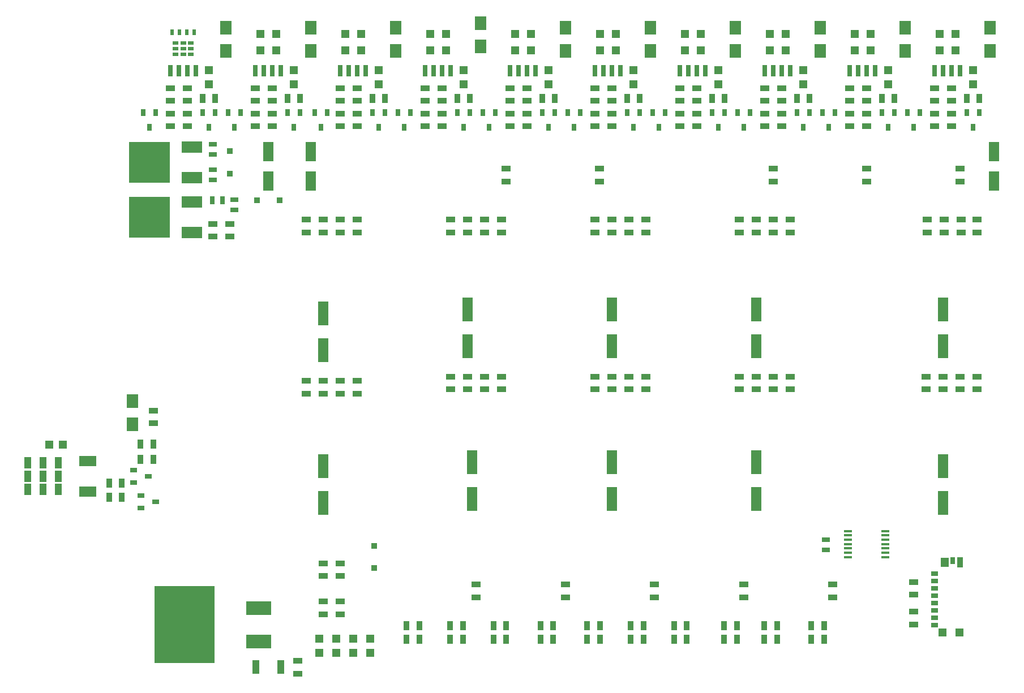
<source format=gtp>
G04 (created by PCBNEW (2013-07-07 BZR 4022)-stable) date 30/01/2014 17:39:20*
%MOIN*%
G04 Gerber Fmt 3.4, Leading zero omitted, Abs format*
%FSLAX34Y34*%
G01*
G70*
G90*
G04 APERTURE LIST*
%ADD10C,0.00590551*%
%ADD11R,0.055X0.035*%
%ADD12R,0.035X0.055*%
%ADD13R,0.045X0.025*%
%ADD14R,0.025X0.045*%
%ADD15R,0.063X0.1417*%
%ADD16R,0.063X0.1181*%
%ADD17R,0.0394X0.0787*%
%ADD18R,0.0335X0.0335*%
%ADD19R,0.0315X0.0394*%
%ADD20R,0.0394X0.0315*%
%ADD21R,0.12X0.065*%
%ADD22R,0.24X0.24*%
%ADD23R,0.1496X0.0787*%
%ADD24R,0.3543X0.4528*%
%ADD25R,0.0393701X0.0275591*%
%ADD26R,0.0472441X0.0452756*%
%ADD27R,0.0472441X0.0570866*%
%ADD28R,0.0275591X0.0393701*%
%ADD29R,0.0354331X0.0590551*%
%ADD30R,0.0669X0.0827*%
%ADD31R,0.0472X0.0472*%
%ADD32R,0.0512X0.0118*%
%ADD33R,0.0275591X0.0669291*%
%ADD34R,0.0472441X0.0472441*%
%ADD35R,0.023622X0.0354331*%
%ADD36R,0.0354331X0.023622*%
%ADD37R,0.0393701X0.0708661*%
%ADD38R,0.0984X0.0591*%
G04 APERTURE END LIST*
G54D10*
G54D11*
X14000Y27125D03*
X14000Y27875D03*
X23500Y27125D03*
X23500Y27875D03*
X24500Y27125D03*
X24500Y27875D03*
X21000Y34125D03*
X21000Y33375D03*
X17000Y27875D03*
X17000Y27125D03*
X32000Y27125D03*
X32000Y27875D03*
X32000Y33375D03*
X32000Y34125D03*
X22500Y27125D03*
X22500Y27875D03*
X25500Y27875D03*
X25500Y27125D03*
X31000Y34125D03*
X31000Y33375D03*
X33000Y27125D03*
X33000Y27875D03*
X42000Y33375D03*
X42000Y34125D03*
X22000Y33375D03*
X22000Y34125D03*
X15000Y27125D03*
X15000Y27875D03*
X16000Y27125D03*
X16000Y27875D03*
X16000Y34125D03*
X16000Y33375D03*
X53500Y18625D03*
X53500Y17875D03*
X50500Y17875D03*
X50500Y18625D03*
X17000Y33375D03*
X17000Y34125D03*
X51500Y17875D03*
X51500Y18625D03*
X52500Y17875D03*
X52500Y18625D03*
X11000Y34125D03*
X11000Y33375D03*
X42500Y18625D03*
X42500Y17875D03*
X39500Y17875D03*
X39500Y18625D03*
X51550Y27125D03*
X51550Y27875D03*
X49750Y4775D03*
X49750Y4025D03*
G54D12*
X4975Y14650D03*
X4225Y14650D03*
G54D11*
X51000Y34125D03*
X51000Y33375D03*
X52000Y33375D03*
X52000Y34125D03*
X26000Y34125D03*
X26000Y33375D03*
X27000Y33375D03*
X27000Y34125D03*
X46000Y34125D03*
X46000Y33375D03*
X53500Y27875D03*
X53500Y27125D03*
X50550Y27125D03*
X50550Y27875D03*
X47000Y33375D03*
X47000Y34125D03*
X37000Y33375D03*
X37000Y34125D03*
X52550Y27125D03*
X52550Y27875D03*
X41000Y34125D03*
X41000Y33375D03*
X42500Y27875D03*
X42500Y27125D03*
X39500Y27125D03*
X39500Y27875D03*
X33000Y17875D03*
X33000Y18625D03*
X40500Y27125D03*
X40500Y27875D03*
X41500Y27125D03*
X41500Y27875D03*
X36000Y34125D03*
X36000Y33375D03*
X34000Y27875D03*
X34000Y27125D03*
X31000Y27125D03*
X31000Y27875D03*
X39750Y5625D03*
X39750Y6375D03*
X41500Y30875D03*
X41500Y30125D03*
X45000Y5625D03*
X45000Y6375D03*
X16000Y17625D03*
X16000Y18375D03*
X24000Y5625D03*
X24000Y6375D03*
X47000Y30875D03*
X47000Y30125D03*
X24500Y17875D03*
X24500Y18625D03*
X23500Y17875D03*
X23500Y18625D03*
X25750Y30875D03*
X25750Y30125D03*
X52500Y30875D03*
X52500Y30125D03*
X31250Y30875D03*
X31250Y30125D03*
X7000Y33375D03*
X7000Y34125D03*
X31000Y17875D03*
X31000Y18625D03*
X17000Y18375D03*
X17000Y17625D03*
X34000Y18625D03*
X34000Y17875D03*
X6000Y34125D03*
X6000Y33375D03*
X22500Y17875D03*
X22500Y18625D03*
X25500Y18625D03*
X25500Y17875D03*
X32000Y17875D03*
X32000Y18625D03*
X15000Y17625D03*
X15000Y18375D03*
X41500Y17875D03*
X41500Y18625D03*
X34500Y5625D03*
X34500Y6375D03*
X14000Y17625D03*
X14000Y18375D03*
X40500Y17875D03*
X40500Y18625D03*
X29250Y5625D03*
X29250Y6375D03*
X12000Y33375D03*
X12000Y34125D03*
G54D13*
X8500Y30200D03*
X8500Y30800D03*
X9750Y28450D03*
X9750Y29050D03*
G54D14*
X8450Y29000D03*
X9050Y29000D03*
G54D13*
X8500Y32300D03*
X8500Y31700D03*
X44600Y8400D03*
X44600Y9000D03*
G54D15*
X32000Y20417D03*
X32000Y22583D03*
X51500Y20417D03*
X51500Y22583D03*
X32000Y11417D03*
X32000Y13583D03*
X23750Y11417D03*
X23750Y13583D03*
X51500Y11167D03*
X51500Y13333D03*
X40500Y20417D03*
X40500Y22583D03*
X23500Y20417D03*
X23500Y22583D03*
X40500Y11417D03*
X40500Y13583D03*
X15000Y20167D03*
X15000Y22333D03*
X15000Y11167D03*
X15000Y13333D03*
G54D16*
X54500Y31866D03*
X54500Y30134D03*
X14250Y31866D03*
X14250Y30134D03*
X11750Y31866D03*
X11750Y30134D03*
G54D17*
X12478Y1500D03*
X11022Y1500D03*
G54D18*
X11091Y29000D03*
X12409Y29000D03*
X9500Y30591D03*
X9500Y31909D03*
G54D19*
X23250Y33317D03*
X22875Y34183D03*
X23625Y34183D03*
X53250Y33317D03*
X52875Y34183D03*
X53625Y34183D03*
X49750Y33317D03*
X49375Y34183D03*
X50125Y34183D03*
X28250Y33317D03*
X27875Y34183D03*
X28625Y34183D03*
X24750Y33317D03*
X24375Y34183D03*
X25125Y34183D03*
X48250Y33317D03*
X47875Y34183D03*
X48625Y34183D03*
X44750Y33317D03*
X44375Y34183D03*
X45125Y34183D03*
X43250Y33317D03*
X42875Y34183D03*
X43625Y34183D03*
X39750Y33317D03*
X39375Y34183D03*
X40125Y34183D03*
X38250Y33317D03*
X37875Y34183D03*
X38625Y34183D03*
X34750Y33317D03*
X34375Y34183D03*
X35125Y34183D03*
X33250Y33317D03*
X32875Y34183D03*
X33625Y34183D03*
X29750Y33317D03*
X29375Y34183D03*
X30125Y34183D03*
G54D20*
X5133Y11250D03*
X4267Y10875D03*
X4267Y11625D03*
G54D19*
X19750Y33317D03*
X19375Y34183D03*
X20125Y34183D03*
X18250Y33317D03*
X17875Y34183D03*
X18625Y34183D03*
X14850Y33317D03*
X14475Y34183D03*
X15225Y34183D03*
X13250Y33317D03*
X12875Y34183D03*
X13625Y34183D03*
X9750Y33317D03*
X9375Y34183D03*
X10125Y34183D03*
X8250Y33317D03*
X7875Y34183D03*
X8625Y34183D03*
X4750Y33317D03*
X4375Y34183D03*
X5125Y34183D03*
G54D20*
X4683Y12750D03*
X3817Y12375D03*
X3817Y13125D03*
G54D11*
X13500Y1125D03*
X13500Y1875D03*
G54D12*
X4975Y13750D03*
X4225Y13750D03*
G54D21*
X7250Y30350D03*
G54D22*
X4750Y31250D03*
G54D21*
X7250Y32150D03*
X7250Y27100D03*
G54D22*
X4750Y28000D03*
G54D21*
X7250Y28900D03*
G54D23*
X11185Y3016D03*
X11185Y4984D03*
G54D24*
X6815Y4000D03*
G54D25*
X51000Y5283D03*
X51000Y4850D03*
X51000Y4417D03*
X51000Y3984D03*
X51000Y5716D03*
X51000Y6149D03*
X51000Y6582D03*
X51000Y7015D03*
G54D26*
X51452Y3551D03*
X52456Y3551D03*
G54D27*
X51590Y7665D03*
G54D28*
X52043Y7763D03*
G54D29*
X52496Y7665D03*
G54D18*
X18000Y8659D03*
X18000Y7341D03*
G54D12*
X43719Y3937D03*
X44469Y3937D03*
X40963Y3937D03*
X41713Y3937D03*
X38601Y3937D03*
X39351Y3937D03*
X35648Y3937D03*
X36398Y3937D03*
X33089Y3937D03*
X33839Y3937D03*
X30530Y3937D03*
X31280Y3937D03*
X27774Y3937D03*
X28524Y3937D03*
X25018Y3937D03*
X25768Y3937D03*
X22459Y3937D03*
X23209Y3937D03*
X19900Y3937D03*
X20650Y3937D03*
X33839Y3149D03*
X33089Y3149D03*
X20650Y3149D03*
X19900Y3149D03*
G54D11*
X49750Y5775D03*
X49750Y6525D03*
G54D12*
X36398Y3149D03*
X35648Y3149D03*
X25768Y3149D03*
X25018Y3149D03*
X39351Y3149D03*
X38601Y3149D03*
X28524Y3149D03*
X27774Y3149D03*
X31280Y3149D03*
X30530Y3149D03*
X44469Y3149D03*
X43719Y3149D03*
X23209Y3149D03*
X22459Y3149D03*
X41713Y3149D03*
X40963Y3149D03*
G54D30*
X9250Y39181D03*
X9250Y37819D03*
G54D11*
X6000Y34875D03*
X6000Y35625D03*
X17000Y34875D03*
X17000Y35625D03*
X16000Y35625D03*
X16000Y34875D03*
G54D12*
X23625Y35000D03*
X22875Y35000D03*
G54D11*
X7000Y35625D03*
X7000Y34875D03*
G54D12*
X38625Y35000D03*
X37875Y35000D03*
G54D11*
X12000Y34875D03*
X12000Y35625D03*
X11000Y35625D03*
X11000Y34875D03*
G54D12*
X13625Y35000D03*
X12875Y35000D03*
G54D11*
X41000Y35625D03*
X41000Y34875D03*
G54D12*
X53625Y35000D03*
X52875Y35000D03*
G54D11*
X51000Y35625D03*
X51000Y34875D03*
X52000Y34875D03*
X52000Y35625D03*
G54D12*
X28625Y35000D03*
X27875Y35000D03*
G54D11*
X26000Y35625D03*
X26000Y34875D03*
X27000Y34875D03*
X27000Y35625D03*
G54D12*
X43625Y35000D03*
X42875Y35000D03*
G54D11*
X46000Y35625D03*
X46000Y34875D03*
X47000Y34875D03*
X47000Y35625D03*
G54D12*
X48625Y35000D03*
X47875Y35000D03*
G54D11*
X22000Y34875D03*
X22000Y35625D03*
X42000Y34875D03*
X42000Y35625D03*
G54D12*
X8625Y35000D03*
X7875Y35000D03*
G54D11*
X36000Y35625D03*
X36000Y34875D03*
X37000Y34875D03*
X37000Y35625D03*
G54D12*
X33625Y35000D03*
X32875Y35000D03*
G54D11*
X31000Y35625D03*
X31000Y34875D03*
X32000Y34875D03*
X32000Y35625D03*
G54D12*
X18625Y35000D03*
X17875Y35000D03*
G54D11*
X21000Y35625D03*
X21000Y34875D03*
G54D12*
X2375Y11500D03*
X3125Y11500D03*
X3125Y12350D03*
X2375Y12350D03*
G54D31*
X8250Y35837D03*
X8250Y36663D03*
G54D11*
X5000Y15875D03*
X5000Y16625D03*
G54D31*
X18250Y35837D03*
X18250Y36663D03*
X43250Y35837D03*
X43250Y36663D03*
X53250Y35837D03*
X53250Y36663D03*
X28250Y35837D03*
X28250Y36663D03*
G54D30*
X3750Y17181D03*
X3750Y15819D03*
X24250Y39431D03*
X24250Y38069D03*
X19250Y39181D03*
X19250Y37819D03*
X44250Y39181D03*
X44250Y37819D03*
X54250Y39181D03*
X54250Y37819D03*
X29250Y39181D03*
X29250Y37819D03*
G54D31*
X23250Y35837D03*
X23250Y36663D03*
G54D30*
X39250Y39181D03*
X39250Y37819D03*
G54D31*
X48250Y35837D03*
X48250Y36663D03*
X38250Y35837D03*
X38250Y36663D03*
G54D30*
X49250Y39181D03*
X49250Y37819D03*
X34250Y39181D03*
X34250Y37819D03*
G54D31*
X33250Y35837D03*
X33250Y36663D03*
X-337Y14600D03*
X-1163Y14600D03*
G54D30*
X14250Y39181D03*
X14250Y37819D03*
G54D31*
X13250Y35837D03*
X13250Y36663D03*
G54D11*
X16000Y5375D03*
X16000Y4625D03*
X15000Y7625D03*
X15000Y6875D03*
X16000Y7625D03*
X16000Y6875D03*
X8500Y27625D03*
X8500Y26875D03*
X9500Y26875D03*
X9500Y27625D03*
G54D32*
X48100Y7990D03*
X48100Y8240D03*
X48100Y8500D03*
X48100Y8750D03*
X48100Y9010D03*
X48100Y9265D03*
X48100Y9520D03*
X45900Y9520D03*
X45900Y9265D03*
X45900Y9010D03*
X45900Y8750D03*
X45900Y8495D03*
X45900Y8240D03*
X45900Y7985D03*
G54D33*
X51000Y36650D03*
X51500Y36650D03*
X52000Y36650D03*
X52500Y36650D03*
G54D34*
X51277Y37852D03*
X52222Y37852D03*
X51277Y38797D03*
X52222Y38797D03*
G54D33*
X31000Y36650D03*
X31500Y36650D03*
X32000Y36650D03*
X32500Y36650D03*
G54D34*
X31277Y37852D03*
X32222Y37852D03*
X31277Y38797D03*
X32222Y38797D03*
G54D33*
X36000Y36650D03*
X36500Y36650D03*
X37000Y36650D03*
X37500Y36650D03*
G54D34*
X36277Y37852D03*
X37222Y37852D03*
X36277Y38797D03*
X37222Y38797D03*
G54D33*
X46000Y36650D03*
X46500Y36650D03*
X47000Y36650D03*
X47500Y36650D03*
G54D34*
X46277Y37852D03*
X47222Y37852D03*
X46277Y38797D03*
X47222Y38797D03*
G54D33*
X41000Y36650D03*
X41500Y36650D03*
X42000Y36650D03*
X42500Y36650D03*
G54D34*
X41277Y37852D03*
X42222Y37852D03*
X41277Y38797D03*
X42222Y38797D03*
G54D33*
X26000Y36650D03*
X26500Y36650D03*
X27000Y36650D03*
X27500Y36650D03*
G54D34*
X26277Y37852D03*
X27222Y37852D03*
X26277Y38797D03*
X27222Y38797D03*
G54D33*
X16000Y36650D03*
X16500Y36650D03*
X17000Y36650D03*
X17500Y36650D03*
G54D34*
X16277Y37852D03*
X17222Y37852D03*
X16277Y38797D03*
X17222Y38797D03*
G54D33*
X21000Y36650D03*
X21500Y36650D03*
X22000Y36650D03*
X22500Y36650D03*
G54D34*
X21277Y37852D03*
X22222Y37852D03*
X21277Y38797D03*
X22222Y38797D03*
G54D33*
X11000Y36650D03*
X11500Y36650D03*
X12000Y36650D03*
X12500Y36650D03*
G54D34*
X11277Y37852D03*
X12222Y37852D03*
X11277Y38797D03*
X12222Y38797D03*
G54D35*
X7399Y38895D03*
X6966Y38895D03*
X6100Y38895D03*
G54D36*
X7202Y38265D03*
X6297Y38265D03*
X6750Y38265D03*
X6750Y37931D03*
G54D33*
X6000Y36650D03*
X6500Y36650D03*
X7000Y36650D03*
X7500Y36650D03*
G54D36*
X6297Y37596D03*
X7202Y37596D03*
X6297Y37931D03*
X7202Y37931D03*
X6750Y37596D03*
G54D35*
X6533Y38895D03*
G54D37*
X-1509Y13537D03*
X-1509Y12750D03*
X-1509Y11962D03*
X-2415Y11962D03*
X-2415Y12750D03*
X-2415Y13537D03*
X-604Y13537D03*
X-604Y12750D03*
G54D38*
X1108Y11854D03*
X1108Y13646D03*
G54D37*
X-604Y11962D03*
G54D11*
X15000Y5375D03*
X15000Y4625D03*
G54D31*
X14750Y2337D03*
X14750Y3163D03*
X15750Y3163D03*
X15750Y2337D03*
X16750Y3163D03*
X16750Y2337D03*
X17750Y3163D03*
X17750Y2337D03*
M02*

</source>
